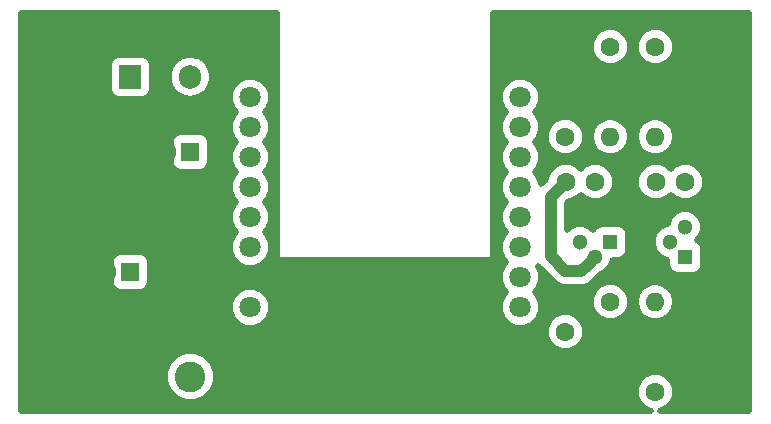
<source format=gbl>
G04 #@! TF.GenerationSoftware,KiCad,Pcbnew,5.0.2+dfsg1-1*
G04 #@! TF.CreationDate,2019-01-29T13:39:18+01:00*
G04 #@! TF.ProjectId,wifi_noise_gen,77696669-5f6e-46f6-9973-655f67656e2e,rev?*
G04 #@! TF.SameCoordinates,Original*
G04 #@! TF.FileFunction,Copper,L2,Bot*
G04 #@! TF.FilePolarity,Positive*
%FSLAX46Y46*%
G04 Gerber Fmt 4.6, Leading zero omitted, Abs format (unit mm)*
G04 Created by KiCad (PCBNEW 5.0.2+dfsg1-1) date Tue 29 Jan 2019 01:39:18 PM STD*
%MOMM*%
%LPD*%
G01*
G04 APERTURE LIST*
G04 #@! TA.AperFunction,ComponentPad*
%ADD10C,1.800000*%
G04 #@! TD*
G04 #@! TA.AperFunction,ComponentPad*
%ADD11C,1.600000*%
G04 #@! TD*
G04 #@! TA.AperFunction,ComponentPad*
%ADD12R,1.600000X1.600000*%
G04 #@! TD*
G04 #@! TA.AperFunction,ComponentPad*
%ADD13R,2.600000X2.600000*%
G04 #@! TD*
G04 #@! TA.AperFunction,ComponentPad*
%ADD14C,2.600000*%
G04 #@! TD*
G04 #@! TA.AperFunction,ComponentPad*
%ADD15R,1.300000X1.300000*%
G04 #@! TD*
G04 #@! TA.AperFunction,ComponentPad*
%ADD16C,1.300000*%
G04 #@! TD*
G04 #@! TA.AperFunction,ComponentPad*
%ADD17O,1.600000X1.600000*%
G04 #@! TD*
G04 #@! TA.AperFunction,ComponentPad*
%ADD18R,1.905000X2.000000*%
G04 #@! TD*
G04 #@! TA.AperFunction,ComponentPad*
%ADD19O,1.905000X2.000000*%
G04 #@! TD*
G04 #@! TA.AperFunction,ViaPad*
%ADD20C,4.000000*%
G04 #@! TD*
G04 #@! TA.AperFunction,Conductor*
%ADD21C,1.000000*%
G04 #@! TD*
G04 #@! TA.AperFunction,Conductor*
%ADD22C,0.500000*%
G04 #@! TD*
G04 APERTURE END LIST*
D10*
G04 #@! TO.P,U2,8*
G04 #@! TO.N,Net-(U2-Pad8)*
X113030000Y-74121735D03*
G04 #@! TO.P,U2,7*
G04 #@! TO.N,Net-(U2-Pad7)*
X113030000Y-76661735D03*
G04 #@! TO.P,U2,6*
G04 #@! TO.N,Net-(U2-Pad6)*
X113030000Y-79201735D03*
G04 #@! TO.P,U2,5*
G04 #@! TO.N,Net-(U2-Pad5)*
X113030000Y-81741735D03*
G04 #@! TO.P,U2,4*
G04 #@! TO.N,Net-(U2-Pad4)*
X113030000Y-84281735D03*
G04 #@! TO.P,U2,3*
G04 #@! TO.N,Net-(U2-Pad3)*
X113030000Y-86821735D03*
G04 #@! TO.P,U2,2*
G04 #@! TO.N,GND*
X113030000Y-89361735D03*
G04 #@! TO.P,U2,1*
G04 #@! TO.N,+5V*
X113030000Y-91901735D03*
G04 #@! TO.P,U2,16*
G04 #@! TO.N,Net-(U2-Pad16)*
X135890000Y-91901735D03*
G04 #@! TO.P,U2,15*
G04 #@! TO.N,Net-(U2-Pad15)*
X135890000Y-89361735D03*
G04 #@! TO.P,U2,14*
G04 #@! TO.N,Net-(U2-Pad14)*
X135890000Y-86821735D03*
G04 #@! TO.P,U2,13*
G04 #@! TO.N,Net-(U2-Pad13)*
X135890000Y-84281735D03*
G04 #@! TO.P,U2,12*
G04 #@! TO.N,Net-(U2-Pad12)*
X135890000Y-81741735D03*
G04 #@! TO.P,U2,11*
G04 #@! TO.N,Net-(U2-Pad11)*
X135890000Y-79201735D03*
G04 #@! TO.P,U2,10*
G04 #@! TO.N,Vnoise*
X135890000Y-76661735D03*
G04 #@! TO.P,U2,9*
G04 #@! TO.N,Net-(U2-Pad9)*
X135890000Y-74121735D03*
G04 #@! TD*
D11*
G04 #@! TO.P,C1,1*
G04 #@! TO.N,+12V*
X149860000Y-81280000D03*
G04 #@! TO.P,C1,2*
G04 #@! TO.N,Net-(C1-Pad2)*
X147360000Y-81280000D03*
G04 #@! TD*
G04 #@! TO.P,C2,1*
G04 #@! TO.N,Net-(C2-Pad1)*
X139700000Y-93980000D03*
G04 #@! TO.P,C2,2*
G04 #@! TO.N,GND*
X139700000Y-96480000D03*
G04 #@! TD*
G04 #@! TO.P,C3,2*
G04 #@! TO.N,Net-(C3-Pad2)*
X139740000Y-81280000D03*
G04 #@! TO.P,C3,1*
G04 #@! TO.N,Vnoise*
X142240000Y-81280000D03*
G04 #@! TD*
G04 #@! TO.P,CP1,2*
G04 #@! TO.N,GND*
X100870000Y-88900000D03*
D12*
G04 #@! TO.P,CP1,1*
G04 #@! TO.N,+12V*
X102870000Y-88900000D03*
G04 #@! TD*
G04 #@! TO.P,CP2,1*
G04 #@! TO.N,+5V*
X107950000Y-78740000D03*
D11*
G04 #@! TO.P,CP2,2*
G04 #@! TO.N,GND*
X105950000Y-78740000D03*
G04 #@! TD*
D13*
G04 #@! TO.P,J1,1*
G04 #@! TO.N,GND*
X102870000Y-97790000D03*
D14*
G04 #@! TO.P,J1,2*
G04 #@! TO.N,+12V*
X107950000Y-97790000D03*
G04 #@! TD*
D15*
G04 #@! TO.P,Q1,1*
G04 #@! TO.N,Net-(Q1-Pad1)*
X149860000Y-87630000D03*
D16*
G04 #@! TO.P,Q1,3*
G04 #@! TO.N,Net-(C1-Pad2)*
X149860000Y-85090000D03*
G04 #@! TO.P,Q1,2*
G04 #@! TO.N,Net-(Q1-Pad2)*
X148590000Y-86360000D03*
G04 #@! TD*
G04 #@! TO.P,Q2,2*
G04 #@! TO.N,Net-(C3-Pad2)*
X142240000Y-87630000D03*
G04 #@! TO.P,Q2,3*
G04 #@! TO.N,Net-(C2-Pad1)*
X140970000Y-86360000D03*
D15*
G04 #@! TO.P,Q2,1*
G04 #@! TO.N,Net-(Q1-Pad1)*
X143510000Y-86360000D03*
G04 #@! TD*
D11*
G04 #@! TO.P,R1,1*
G04 #@! TO.N,+12V*
X147320000Y-69850000D03*
D17*
G04 #@! TO.P,R1,2*
G04 #@! TO.N,Net-(C1-Pad2)*
X147320000Y-77470000D03*
G04 #@! TD*
G04 #@! TO.P,R2,2*
G04 #@! TO.N,Net-(C3-Pad2)*
X147320000Y-91440000D03*
D11*
G04 #@! TO.P,R2,1*
G04 #@! TO.N,+12V*
X147320000Y-99060000D03*
G04 #@! TD*
G04 #@! TO.P,R3,1*
G04 #@! TO.N,Net-(C2-Pad1)*
X143510000Y-91440000D03*
D17*
G04 #@! TO.P,R3,2*
G04 #@! TO.N,GND*
X143510000Y-99060000D03*
G04 #@! TD*
G04 #@! TO.P,R4,2*
G04 #@! TO.N,Vnoise*
X143510000Y-77470000D03*
D11*
G04 #@! TO.P,R4,1*
G04 #@! TO.N,+12V*
X143510000Y-69850000D03*
G04 #@! TD*
G04 #@! TO.P,R5,1*
G04 #@! TO.N,Vnoise*
X139700000Y-77470000D03*
D17*
G04 #@! TO.P,R5,2*
G04 #@! TO.N,GND*
X139700000Y-69850000D03*
G04 #@! TD*
D18*
G04 #@! TO.P,U1,1*
G04 #@! TO.N,+12V*
X102870000Y-72390000D03*
D19*
G04 #@! TO.P,U1,2*
G04 #@! TO.N,GND*
X105410000Y-72390000D03*
G04 #@! TO.P,U1,3*
G04 #@! TO.N,+5V*
X107950000Y-72390000D03*
G04 #@! TD*
D20*
G04 #@! TO.N,GND*
X152400000Y-69850000D03*
X96520000Y-69850000D03*
X96520000Y-97790000D03*
X152400000Y-97790000D03*
G04 #@! TD*
D21*
G04 #@! TO.N,Net-(C3-Pad2)*
X139740000Y-81280000D02*
X138470000Y-82550000D01*
X138470000Y-82550000D02*
X138470000Y-87590000D01*
X138470000Y-87590000D02*
X139700000Y-88820000D01*
X141050000Y-88820000D02*
X141590001Y-88279999D01*
X139700000Y-88820000D02*
X141050000Y-88820000D01*
X141590001Y-88279999D02*
X142240000Y-87630000D01*
G04 #@! TD*
D22*
G04 #@! TO.N,GND*
G36*
X115320000Y-87630000D02*
X115339030Y-87725671D01*
X115393223Y-87806777D01*
X115474329Y-87860970D01*
X115570000Y-87880000D01*
X133350000Y-87880000D01*
X133445671Y-87860970D01*
X133526777Y-87806777D01*
X133580970Y-87725671D01*
X133600000Y-87630000D01*
X133600000Y-73773638D01*
X134140000Y-73773638D01*
X134140000Y-74469832D01*
X134406421Y-75113031D01*
X134685125Y-75391735D01*
X134406421Y-75670439D01*
X134140000Y-76313638D01*
X134140000Y-77009832D01*
X134406421Y-77653031D01*
X134685125Y-77931735D01*
X134406421Y-78210439D01*
X134140000Y-78853638D01*
X134140000Y-79549832D01*
X134406421Y-80193031D01*
X134685125Y-80471735D01*
X134406421Y-80750439D01*
X134140000Y-81393638D01*
X134140000Y-82089832D01*
X134406421Y-82733031D01*
X134685125Y-83011735D01*
X134406421Y-83290439D01*
X134140000Y-83933638D01*
X134140000Y-84629832D01*
X134406421Y-85273031D01*
X134685125Y-85551735D01*
X134406421Y-85830439D01*
X134140000Y-86473638D01*
X134140000Y-87169832D01*
X134406421Y-87813031D01*
X134685125Y-88091735D01*
X134406421Y-88370439D01*
X134140000Y-89013638D01*
X134140000Y-89709832D01*
X134406421Y-90353031D01*
X134685125Y-90631735D01*
X134406421Y-90910439D01*
X134140000Y-91553638D01*
X134140000Y-92249832D01*
X134406421Y-92893031D01*
X134898704Y-93385314D01*
X135541903Y-93651735D01*
X136238097Y-93651735D01*
X136881296Y-93385314D01*
X137373579Y-92893031D01*
X137640000Y-92249832D01*
X137640000Y-91553638D01*
X137456984Y-91111795D01*
X141860000Y-91111795D01*
X141860000Y-91768205D01*
X142111198Y-92374650D01*
X142575350Y-92838802D01*
X143181795Y-93090000D01*
X143838205Y-93090000D01*
X144444650Y-92838802D01*
X144908802Y-92374650D01*
X145160000Y-91768205D01*
X145160000Y-91440000D01*
X145637675Y-91440000D01*
X145765734Y-92083798D01*
X146130417Y-92629583D01*
X146676202Y-92994266D01*
X147157491Y-93090000D01*
X147482509Y-93090000D01*
X147963798Y-92994266D01*
X148509583Y-92629583D01*
X148874266Y-92083798D01*
X149002325Y-91440000D01*
X148874266Y-90796202D01*
X148509583Y-90250417D01*
X147963798Y-89885734D01*
X147482509Y-89790000D01*
X147157491Y-89790000D01*
X146676202Y-89885734D01*
X146130417Y-90250417D01*
X145765734Y-90796202D01*
X145637675Y-91440000D01*
X145160000Y-91440000D01*
X145160000Y-91111795D01*
X144908802Y-90505350D01*
X144444650Y-90041198D01*
X143838205Y-89790000D01*
X143181795Y-89790000D01*
X142575350Y-90041198D01*
X142111198Y-90505350D01*
X141860000Y-91111795D01*
X137456984Y-91111795D01*
X137373579Y-90910439D01*
X137094875Y-90631735D01*
X137373579Y-90353031D01*
X137640000Y-89709832D01*
X137640000Y-89013638D01*
X137382935Y-88393028D01*
X137496705Y-88563296D01*
X137609425Y-88638613D01*
X138651385Y-89680573D01*
X138726704Y-89793296D01*
X139083431Y-90031653D01*
X139173256Y-90091672D01*
X139700000Y-90196448D01*
X139832963Y-90170000D01*
X140917037Y-90170000D01*
X141050000Y-90196448D01*
X141182963Y-90170000D01*
X141576744Y-90091672D01*
X142023296Y-89793296D01*
X142098615Y-89680572D01*
X142450574Y-89328613D01*
X142450576Y-89328612D01*
X142727548Y-89051640D01*
X143089682Y-88901639D01*
X143511639Y-88479682D01*
X143740000Y-87928369D01*
X143740000Y-87876652D01*
X144160000Y-87876652D01*
X144491653Y-87810682D01*
X144772816Y-87622816D01*
X144960682Y-87341653D01*
X145026652Y-87010000D01*
X145026652Y-86061631D01*
X147090000Y-86061631D01*
X147090000Y-86658369D01*
X147318361Y-87209682D01*
X147740318Y-87631639D01*
X148291631Y-87860000D01*
X148343348Y-87860000D01*
X148343348Y-88280000D01*
X148409318Y-88611653D01*
X148597184Y-88892816D01*
X148878347Y-89080682D01*
X149210000Y-89146652D01*
X150510000Y-89146652D01*
X150841653Y-89080682D01*
X151122816Y-88892816D01*
X151310682Y-88611653D01*
X151376652Y-88280000D01*
X151376652Y-86980000D01*
X151310682Y-86648347D01*
X151122816Y-86367184D01*
X150871836Y-86199485D01*
X151131639Y-85939682D01*
X151360000Y-85388369D01*
X151360000Y-84791631D01*
X151131639Y-84240318D01*
X150709682Y-83818361D01*
X150158369Y-83590000D01*
X149561631Y-83590000D01*
X149010318Y-83818361D01*
X148588361Y-84240318D01*
X148360000Y-84791631D01*
X148360000Y-84860000D01*
X148291631Y-84860000D01*
X147740318Y-85088361D01*
X147318361Y-85510318D01*
X147090000Y-86061631D01*
X145026652Y-86061631D01*
X145026652Y-85710000D01*
X144960682Y-85378347D01*
X144772816Y-85097184D01*
X144491653Y-84909318D01*
X144160000Y-84843348D01*
X142860000Y-84843348D01*
X142528347Y-84909318D01*
X142247184Y-85097184D01*
X142079485Y-85348164D01*
X141819682Y-85088361D01*
X141268369Y-84860000D01*
X140671631Y-84860000D01*
X140120318Y-85088361D01*
X139820000Y-85388679D01*
X139820000Y-83109188D01*
X139999188Y-82930000D01*
X140068205Y-82930000D01*
X140674650Y-82678802D01*
X140990000Y-82363452D01*
X141305350Y-82678802D01*
X141911795Y-82930000D01*
X142568205Y-82930000D01*
X143174650Y-82678802D01*
X143638802Y-82214650D01*
X143890000Y-81608205D01*
X143890000Y-80951795D01*
X145710000Y-80951795D01*
X145710000Y-81608205D01*
X145961198Y-82214650D01*
X146425350Y-82678802D01*
X147031795Y-82930000D01*
X147688205Y-82930000D01*
X148294650Y-82678802D01*
X148610000Y-82363452D01*
X148925350Y-82678802D01*
X149531795Y-82930000D01*
X150188205Y-82930000D01*
X150794650Y-82678802D01*
X151258802Y-82214650D01*
X151510000Y-81608205D01*
X151510000Y-80951795D01*
X151258802Y-80345350D01*
X150794650Y-79881198D01*
X150188205Y-79630000D01*
X149531795Y-79630000D01*
X148925350Y-79881198D01*
X148610000Y-80196548D01*
X148294650Y-79881198D01*
X147688205Y-79630000D01*
X147031795Y-79630000D01*
X146425350Y-79881198D01*
X145961198Y-80345350D01*
X145710000Y-80951795D01*
X143890000Y-80951795D01*
X143638802Y-80345350D01*
X143174650Y-79881198D01*
X142568205Y-79630000D01*
X141911795Y-79630000D01*
X141305350Y-79881198D01*
X140990000Y-80196548D01*
X140674650Y-79881198D01*
X140068205Y-79630000D01*
X139411795Y-79630000D01*
X138805350Y-79881198D01*
X138341198Y-80345350D01*
X138090000Y-80951795D01*
X138090000Y-81020812D01*
X137640000Y-81470812D01*
X137640000Y-81393638D01*
X137373579Y-80750439D01*
X137094875Y-80471735D01*
X137373579Y-80193031D01*
X137640000Y-79549832D01*
X137640000Y-78853638D01*
X137373579Y-78210439D01*
X137094875Y-77931735D01*
X137373579Y-77653031D01*
X137585339Y-77141795D01*
X138050000Y-77141795D01*
X138050000Y-77798205D01*
X138301198Y-78404650D01*
X138765350Y-78868802D01*
X139371795Y-79120000D01*
X140028205Y-79120000D01*
X140634650Y-78868802D01*
X141098802Y-78404650D01*
X141350000Y-77798205D01*
X141350000Y-77470000D01*
X141827675Y-77470000D01*
X141955734Y-78113798D01*
X142320417Y-78659583D01*
X142866202Y-79024266D01*
X143347491Y-79120000D01*
X143672509Y-79120000D01*
X144153798Y-79024266D01*
X144699583Y-78659583D01*
X145064266Y-78113798D01*
X145192325Y-77470000D01*
X145637675Y-77470000D01*
X145765734Y-78113798D01*
X146130417Y-78659583D01*
X146676202Y-79024266D01*
X147157491Y-79120000D01*
X147482509Y-79120000D01*
X147963798Y-79024266D01*
X148509583Y-78659583D01*
X148874266Y-78113798D01*
X149002325Y-77470000D01*
X148874266Y-76826202D01*
X148509583Y-76280417D01*
X147963798Y-75915734D01*
X147482509Y-75820000D01*
X147157491Y-75820000D01*
X146676202Y-75915734D01*
X146130417Y-76280417D01*
X145765734Y-76826202D01*
X145637675Y-77470000D01*
X145192325Y-77470000D01*
X145064266Y-76826202D01*
X144699583Y-76280417D01*
X144153798Y-75915734D01*
X143672509Y-75820000D01*
X143347491Y-75820000D01*
X142866202Y-75915734D01*
X142320417Y-76280417D01*
X141955734Y-76826202D01*
X141827675Y-77470000D01*
X141350000Y-77470000D01*
X141350000Y-77141795D01*
X141098802Y-76535350D01*
X140634650Y-76071198D01*
X140028205Y-75820000D01*
X139371795Y-75820000D01*
X138765350Y-76071198D01*
X138301198Y-76535350D01*
X138050000Y-77141795D01*
X137585339Y-77141795D01*
X137640000Y-77009832D01*
X137640000Y-76313638D01*
X137373579Y-75670439D01*
X137094875Y-75391735D01*
X137373579Y-75113031D01*
X137640000Y-74469832D01*
X137640000Y-73773638D01*
X137373579Y-73130439D01*
X136881296Y-72638156D01*
X136238097Y-72371735D01*
X135541903Y-72371735D01*
X134898704Y-72638156D01*
X134406421Y-73130439D01*
X134140000Y-73773638D01*
X133600000Y-73773638D01*
X133600000Y-69521795D01*
X141860000Y-69521795D01*
X141860000Y-70178205D01*
X142111198Y-70784650D01*
X142575350Y-71248802D01*
X143181795Y-71500000D01*
X143838205Y-71500000D01*
X144444650Y-71248802D01*
X144908802Y-70784650D01*
X145160000Y-70178205D01*
X145160000Y-69521795D01*
X145670000Y-69521795D01*
X145670000Y-70178205D01*
X145921198Y-70784650D01*
X146385350Y-71248802D01*
X146991795Y-71500000D01*
X147648205Y-71500000D01*
X148254650Y-71248802D01*
X148718802Y-70784650D01*
X148970000Y-70178205D01*
X148970000Y-69521795D01*
X148718802Y-68915350D01*
X148254650Y-68451198D01*
X147648205Y-68200000D01*
X146991795Y-68200000D01*
X146385350Y-68451198D01*
X145921198Y-68915350D01*
X145670000Y-69521795D01*
X145160000Y-69521795D01*
X144908802Y-68915350D01*
X144444650Y-68451198D01*
X143838205Y-68200000D01*
X143181795Y-68200000D01*
X142575350Y-68451198D01*
X142111198Y-68915350D01*
X141860000Y-69521795D01*
X133600000Y-69521795D01*
X133600000Y-66965000D01*
X155285000Y-66965000D01*
X155285001Y-100675000D01*
X147732702Y-100675000D01*
X148254650Y-100458802D01*
X148718802Y-99994650D01*
X148970000Y-99388205D01*
X148970000Y-98731795D01*
X148718802Y-98125350D01*
X148254650Y-97661198D01*
X147648205Y-97410000D01*
X146991795Y-97410000D01*
X146385350Y-97661198D01*
X145921198Y-98125350D01*
X145670000Y-98731795D01*
X145670000Y-99388205D01*
X145921198Y-99994650D01*
X146385350Y-100458802D01*
X146907298Y-100675000D01*
X93635000Y-100675000D01*
X93635000Y-97362338D01*
X105800000Y-97362338D01*
X105800000Y-98217662D01*
X106127318Y-99007877D01*
X106732123Y-99612682D01*
X107522338Y-99940000D01*
X108377662Y-99940000D01*
X109167877Y-99612682D01*
X109772682Y-99007877D01*
X110100000Y-98217662D01*
X110100000Y-97362338D01*
X109772682Y-96572123D01*
X109167877Y-95967318D01*
X108377662Y-95640000D01*
X107522338Y-95640000D01*
X106732123Y-95967318D01*
X106127318Y-96572123D01*
X105800000Y-97362338D01*
X93635000Y-97362338D01*
X93635000Y-93651795D01*
X138050000Y-93651795D01*
X138050000Y-94308205D01*
X138301198Y-94914650D01*
X138765350Y-95378802D01*
X139371795Y-95630000D01*
X140028205Y-95630000D01*
X140634650Y-95378802D01*
X141098802Y-94914650D01*
X141350000Y-94308205D01*
X141350000Y-93651795D01*
X141098802Y-93045350D01*
X140634650Y-92581198D01*
X140028205Y-92330000D01*
X139371795Y-92330000D01*
X138765350Y-92581198D01*
X138301198Y-93045350D01*
X138050000Y-93651795D01*
X93635000Y-93651795D01*
X93635000Y-91553638D01*
X111280000Y-91553638D01*
X111280000Y-92249832D01*
X111546421Y-92893031D01*
X112038704Y-93385314D01*
X112681903Y-93651735D01*
X113378097Y-93651735D01*
X114021296Y-93385314D01*
X114513579Y-92893031D01*
X114780000Y-92249832D01*
X114780000Y-91553638D01*
X114513579Y-90910439D01*
X114021296Y-90418156D01*
X113378097Y-90151735D01*
X112681903Y-90151735D01*
X112038704Y-90418156D01*
X111546421Y-90910439D01*
X111280000Y-91553638D01*
X93635000Y-91553638D01*
X93635000Y-88100000D01*
X101203348Y-88100000D01*
X101203348Y-89700000D01*
X101269318Y-90031653D01*
X101457184Y-90312816D01*
X101738347Y-90500682D01*
X102070000Y-90566652D01*
X103670000Y-90566652D01*
X104001653Y-90500682D01*
X104282816Y-90312816D01*
X104470682Y-90031653D01*
X104536652Y-89700000D01*
X104536652Y-88100000D01*
X104470682Y-87768347D01*
X104282816Y-87487184D01*
X104001653Y-87299318D01*
X103670000Y-87233348D01*
X102070000Y-87233348D01*
X101738347Y-87299318D01*
X101457184Y-87487184D01*
X101269318Y-87768347D01*
X101203348Y-88100000D01*
X93635000Y-88100000D01*
X93635000Y-77940000D01*
X106283348Y-77940000D01*
X106283348Y-79540000D01*
X106349318Y-79871653D01*
X106537184Y-80152816D01*
X106818347Y-80340682D01*
X107150000Y-80406652D01*
X108750000Y-80406652D01*
X109081653Y-80340682D01*
X109362816Y-80152816D01*
X109550682Y-79871653D01*
X109616652Y-79540000D01*
X109616652Y-77940000D01*
X109550682Y-77608347D01*
X109362816Y-77327184D01*
X109081653Y-77139318D01*
X108750000Y-77073348D01*
X107150000Y-77073348D01*
X106818347Y-77139318D01*
X106537184Y-77327184D01*
X106349318Y-77608347D01*
X106283348Y-77940000D01*
X93635000Y-77940000D01*
X93635000Y-71390000D01*
X101050848Y-71390000D01*
X101050848Y-73390000D01*
X101116818Y-73721653D01*
X101304684Y-74002816D01*
X101585847Y-74190682D01*
X101917500Y-74256652D01*
X103822500Y-74256652D01*
X104154153Y-74190682D01*
X104435316Y-74002816D01*
X104623182Y-73721653D01*
X104689152Y-73390000D01*
X104689152Y-72164970D01*
X106147500Y-72164970D01*
X106147500Y-72615031D01*
X106252082Y-73140801D01*
X106650470Y-73737030D01*
X107246700Y-74135418D01*
X107950000Y-74275313D01*
X108653301Y-74135418D01*
X109194742Y-73773638D01*
X111280000Y-73773638D01*
X111280000Y-74469832D01*
X111546421Y-75113031D01*
X111825125Y-75391735D01*
X111546421Y-75670439D01*
X111280000Y-76313638D01*
X111280000Y-77009832D01*
X111546421Y-77653031D01*
X111825125Y-77931735D01*
X111546421Y-78210439D01*
X111280000Y-78853638D01*
X111280000Y-79549832D01*
X111546421Y-80193031D01*
X111825125Y-80471735D01*
X111546421Y-80750439D01*
X111280000Y-81393638D01*
X111280000Y-82089832D01*
X111546421Y-82733031D01*
X111825125Y-83011735D01*
X111546421Y-83290439D01*
X111280000Y-83933638D01*
X111280000Y-84629832D01*
X111546421Y-85273031D01*
X111825125Y-85551735D01*
X111546421Y-85830439D01*
X111280000Y-86473638D01*
X111280000Y-87169832D01*
X111546421Y-87813031D01*
X112038704Y-88305314D01*
X112681903Y-88571735D01*
X113378097Y-88571735D01*
X114021296Y-88305314D01*
X114513579Y-87813031D01*
X114780000Y-87169832D01*
X114780000Y-86473638D01*
X114513579Y-85830439D01*
X114234875Y-85551735D01*
X114513579Y-85273031D01*
X114780000Y-84629832D01*
X114780000Y-83933638D01*
X114513579Y-83290439D01*
X114234875Y-83011735D01*
X114513579Y-82733031D01*
X114780000Y-82089832D01*
X114780000Y-81393638D01*
X114513579Y-80750439D01*
X114234875Y-80471735D01*
X114513579Y-80193031D01*
X114780000Y-79549832D01*
X114780000Y-78853638D01*
X114513579Y-78210439D01*
X114234875Y-77931735D01*
X114513579Y-77653031D01*
X114780000Y-77009832D01*
X114780000Y-76313638D01*
X114513579Y-75670439D01*
X114234875Y-75391735D01*
X114513579Y-75113031D01*
X114780000Y-74469832D01*
X114780000Y-73773638D01*
X114513579Y-73130439D01*
X114021296Y-72638156D01*
X113378097Y-72371735D01*
X112681903Y-72371735D01*
X112038704Y-72638156D01*
X111546421Y-73130439D01*
X111280000Y-73773638D01*
X109194742Y-73773638D01*
X109249530Y-73737030D01*
X109647918Y-73140800D01*
X109752500Y-72615030D01*
X109752500Y-72164969D01*
X109647918Y-71639199D01*
X109249530Y-71042970D01*
X108653300Y-70644582D01*
X107950000Y-70504687D01*
X107246699Y-70644582D01*
X106650470Y-71042970D01*
X106252082Y-71639200D01*
X106147500Y-72164970D01*
X104689152Y-72164970D01*
X104689152Y-71390000D01*
X104623182Y-71058347D01*
X104435316Y-70777184D01*
X104154153Y-70589318D01*
X103822500Y-70523348D01*
X101917500Y-70523348D01*
X101585847Y-70589318D01*
X101304684Y-70777184D01*
X101116818Y-71058347D01*
X101050848Y-71390000D01*
X93635000Y-71390000D01*
X93635000Y-66965000D01*
X115320000Y-66965000D01*
X115320000Y-87630000D01*
X115320000Y-87630000D01*
G37*
X115320000Y-87630000D02*
X115339030Y-87725671D01*
X115393223Y-87806777D01*
X115474329Y-87860970D01*
X115570000Y-87880000D01*
X133350000Y-87880000D01*
X133445671Y-87860970D01*
X133526777Y-87806777D01*
X133580970Y-87725671D01*
X133600000Y-87630000D01*
X133600000Y-73773638D01*
X134140000Y-73773638D01*
X134140000Y-74469832D01*
X134406421Y-75113031D01*
X134685125Y-75391735D01*
X134406421Y-75670439D01*
X134140000Y-76313638D01*
X134140000Y-77009832D01*
X134406421Y-77653031D01*
X134685125Y-77931735D01*
X134406421Y-78210439D01*
X134140000Y-78853638D01*
X134140000Y-79549832D01*
X134406421Y-80193031D01*
X134685125Y-80471735D01*
X134406421Y-80750439D01*
X134140000Y-81393638D01*
X134140000Y-82089832D01*
X134406421Y-82733031D01*
X134685125Y-83011735D01*
X134406421Y-83290439D01*
X134140000Y-83933638D01*
X134140000Y-84629832D01*
X134406421Y-85273031D01*
X134685125Y-85551735D01*
X134406421Y-85830439D01*
X134140000Y-86473638D01*
X134140000Y-87169832D01*
X134406421Y-87813031D01*
X134685125Y-88091735D01*
X134406421Y-88370439D01*
X134140000Y-89013638D01*
X134140000Y-89709832D01*
X134406421Y-90353031D01*
X134685125Y-90631735D01*
X134406421Y-90910439D01*
X134140000Y-91553638D01*
X134140000Y-92249832D01*
X134406421Y-92893031D01*
X134898704Y-93385314D01*
X135541903Y-93651735D01*
X136238097Y-93651735D01*
X136881296Y-93385314D01*
X137373579Y-92893031D01*
X137640000Y-92249832D01*
X137640000Y-91553638D01*
X137456984Y-91111795D01*
X141860000Y-91111795D01*
X141860000Y-91768205D01*
X142111198Y-92374650D01*
X142575350Y-92838802D01*
X143181795Y-93090000D01*
X143838205Y-93090000D01*
X144444650Y-92838802D01*
X144908802Y-92374650D01*
X145160000Y-91768205D01*
X145160000Y-91440000D01*
X145637675Y-91440000D01*
X145765734Y-92083798D01*
X146130417Y-92629583D01*
X146676202Y-92994266D01*
X147157491Y-93090000D01*
X147482509Y-93090000D01*
X147963798Y-92994266D01*
X148509583Y-92629583D01*
X148874266Y-92083798D01*
X149002325Y-91440000D01*
X148874266Y-90796202D01*
X148509583Y-90250417D01*
X147963798Y-89885734D01*
X147482509Y-89790000D01*
X147157491Y-89790000D01*
X146676202Y-89885734D01*
X146130417Y-90250417D01*
X145765734Y-90796202D01*
X145637675Y-91440000D01*
X145160000Y-91440000D01*
X145160000Y-91111795D01*
X144908802Y-90505350D01*
X144444650Y-90041198D01*
X143838205Y-89790000D01*
X143181795Y-89790000D01*
X142575350Y-90041198D01*
X142111198Y-90505350D01*
X141860000Y-91111795D01*
X137456984Y-91111795D01*
X137373579Y-90910439D01*
X137094875Y-90631735D01*
X137373579Y-90353031D01*
X137640000Y-89709832D01*
X137640000Y-89013638D01*
X137382935Y-88393028D01*
X137496705Y-88563296D01*
X137609425Y-88638613D01*
X138651385Y-89680573D01*
X138726704Y-89793296D01*
X139083431Y-90031653D01*
X139173256Y-90091672D01*
X139700000Y-90196448D01*
X139832963Y-90170000D01*
X140917037Y-90170000D01*
X141050000Y-90196448D01*
X141182963Y-90170000D01*
X141576744Y-90091672D01*
X142023296Y-89793296D01*
X142098615Y-89680572D01*
X142450574Y-89328613D01*
X142450576Y-89328612D01*
X142727548Y-89051640D01*
X143089682Y-88901639D01*
X143511639Y-88479682D01*
X143740000Y-87928369D01*
X143740000Y-87876652D01*
X144160000Y-87876652D01*
X144491653Y-87810682D01*
X144772816Y-87622816D01*
X144960682Y-87341653D01*
X145026652Y-87010000D01*
X145026652Y-86061631D01*
X147090000Y-86061631D01*
X147090000Y-86658369D01*
X147318361Y-87209682D01*
X147740318Y-87631639D01*
X148291631Y-87860000D01*
X148343348Y-87860000D01*
X148343348Y-88280000D01*
X148409318Y-88611653D01*
X148597184Y-88892816D01*
X148878347Y-89080682D01*
X149210000Y-89146652D01*
X150510000Y-89146652D01*
X150841653Y-89080682D01*
X151122816Y-88892816D01*
X151310682Y-88611653D01*
X151376652Y-88280000D01*
X151376652Y-86980000D01*
X151310682Y-86648347D01*
X151122816Y-86367184D01*
X150871836Y-86199485D01*
X151131639Y-85939682D01*
X151360000Y-85388369D01*
X151360000Y-84791631D01*
X151131639Y-84240318D01*
X150709682Y-83818361D01*
X150158369Y-83590000D01*
X149561631Y-83590000D01*
X149010318Y-83818361D01*
X148588361Y-84240318D01*
X148360000Y-84791631D01*
X148360000Y-84860000D01*
X148291631Y-84860000D01*
X147740318Y-85088361D01*
X147318361Y-85510318D01*
X147090000Y-86061631D01*
X145026652Y-86061631D01*
X145026652Y-85710000D01*
X144960682Y-85378347D01*
X144772816Y-85097184D01*
X144491653Y-84909318D01*
X144160000Y-84843348D01*
X142860000Y-84843348D01*
X142528347Y-84909318D01*
X142247184Y-85097184D01*
X142079485Y-85348164D01*
X141819682Y-85088361D01*
X141268369Y-84860000D01*
X140671631Y-84860000D01*
X140120318Y-85088361D01*
X139820000Y-85388679D01*
X139820000Y-83109188D01*
X139999188Y-82930000D01*
X140068205Y-82930000D01*
X140674650Y-82678802D01*
X140990000Y-82363452D01*
X141305350Y-82678802D01*
X141911795Y-82930000D01*
X142568205Y-82930000D01*
X143174650Y-82678802D01*
X143638802Y-82214650D01*
X143890000Y-81608205D01*
X143890000Y-80951795D01*
X145710000Y-80951795D01*
X145710000Y-81608205D01*
X145961198Y-82214650D01*
X146425350Y-82678802D01*
X147031795Y-82930000D01*
X147688205Y-82930000D01*
X148294650Y-82678802D01*
X148610000Y-82363452D01*
X148925350Y-82678802D01*
X149531795Y-82930000D01*
X150188205Y-82930000D01*
X150794650Y-82678802D01*
X151258802Y-82214650D01*
X151510000Y-81608205D01*
X151510000Y-80951795D01*
X151258802Y-80345350D01*
X150794650Y-79881198D01*
X150188205Y-79630000D01*
X149531795Y-79630000D01*
X148925350Y-79881198D01*
X148610000Y-80196548D01*
X148294650Y-79881198D01*
X147688205Y-79630000D01*
X147031795Y-79630000D01*
X146425350Y-79881198D01*
X145961198Y-80345350D01*
X145710000Y-80951795D01*
X143890000Y-80951795D01*
X143638802Y-80345350D01*
X143174650Y-79881198D01*
X142568205Y-79630000D01*
X141911795Y-79630000D01*
X141305350Y-79881198D01*
X140990000Y-80196548D01*
X140674650Y-79881198D01*
X140068205Y-79630000D01*
X139411795Y-79630000D01*
X138805350Y-79881198D01*
X138341198Y-80345350D01*
X138090000Y-80951795D01*
X138090000Y-81020812D01*
X137640000Y-81470812D01*
X137640000Y-81393638D01*
X137373579Y-80750439D01*
X137094875Y-80471735D01*
X137373579Y-80193031D01*
X137640000Y-79549832D01*
X137640000Y-78853638D01*
X137373579Y-78210439D01*
X137094875Y-77931735D01*
X137373579Y-77653031D01*
X137585339Y-77141795D01*
X138050000Y-77141795D01*
X138050000Y-77798205D01*
X138301198Y-78404650D01*
X138765350Y-78868802D01*
X139371795Y-79120000D01*
X140028205Y-79120000D01*
X140634650Y-78868802D01*
X141098802Y-78404650D01*
X141350000Y-77798205D01*
X141350000Y-77470000D01*
X141827675Y-77470000D01*
X141955734Y-78113798D01*
X142320417Y-78659583D01*
X142866202Y-79024266D01*
X143347491Y-79120000D01*
X143672509Y-79120000D01*
X144153798Y-79024266D01*
X144699583Y-78659583D01*
X145064266Y-78113798D01*
X145192325Y-77470000D01*
X145637675Y-77470000D01*
X145765734Y-78113798D01*
X146130417Y-78659583D01*
X146676202Y-79024266D01*
X147157491Y-79120000D01*
X147482509Y-79120000D01*
X147963798Y-79024266D01*
X148509583Y-78659583D01*
X148874266Y-78113798D01*
X149002325Y-77470000D01*
X148874266Y-76826202D01*
X148509583Y-76280417D01*
X147963798Y-75915734D01*
X147482509Y-75820000D01*
X147157491Y-75820000D01*
X146676202Y-75915734D01*
X146130417Y-76280417D01*
X145765734Y-76826202D01*
X145637675Y-77470000D01*
X145192325Y-77470000D01*
X145064266Y-76826202D01*
X144699583Y-76280417D01*
X144153798Y-75915734D01*
X143672509Y-75820000D01*
X143347491Y-75820000D01*
X142866202Y-75915734D01*
X142320417Y-76280417D01*
X141955734Y-76826202D01*
X141827675Y-77470000D01*
X141350000Y-77470000D01*
X141350000Y-77141795D01*
X141098802Y-76535350D01*
X140634650Y-76071198D01*
X140028205Y-75820000D01*
X139371795Y-75820000D01*
X138765350Y-76071198D01*
X138301198Y-76535350D01*
X138050000Y-77141795D01*
X137585339Y-77141795D01*
X137640000Y-77009832D01*
X137640000Y-76313638D01*
X137373579Y-75670439D01*
X137094875Y-75391735D01*
X137373579Y-75113031D01*
X137640000Y-74469832D01*
X137640000Y-73773638D01*
X137373579Y-73130439D01*
X136881296Y-72638156D01*
X136238097Y-72371735D01*
X135541903Y-72371735D01*
X134898704Y-72638156D01*
X134406421Y-73130439D01*
X134140000Y-73773638D01*
X133600000Y-73773638D01*
X133600000Y-69521795D01*
X141860000Y-69521795D01*
X141860000Y-70178205D01*
X142111198Y-70784650D01*
X142575350Y-71248802D01*
X143181795Y-71500000D01*
X143838205Y-71500000D01*
X144444650Y-71248802D01*
X144908802Y-70784650D01*
X145160000Y-70178205D01*
X145160000Y-69521795D01*
X145670000Y-69521795D01*
X145670000Y-70178205D01*
X145921198Y-70784650D01*
X146385350Y-71248802D01*
X146991795Y-71500000D01*
X147648205Y-71500000D01*
X148254650Y-71248802D01*
X148718802Y-70784650D01*
X148970000Y-70178205D01*
X148970000Y-69521795D01*
X148718802Y-68915350D01*
X148254650Y-68451198D01*
X147648205Y-68200000D01*
X146991795Y-68200000D01*
X146385350Y-68451198D01*
X145921198Y-68915350D01*
X145670000Y-69521795D01*
X145160000Y-69521795D01*
X144908802Y-68915350D01*
X144444650Y-68451198D01*
X143838205Y-68200000D01*
X143181795Y-68200000D01*
X142575350Y-68451198D01*
X142111198Y-68915350D01*
X141860000Y-69521795D01*
X133600000Y-69521795D01*
X133600000Y-66965000D01*
X155285000Y-66965000D01*
X155285001Y-100675000D01*
X147732702Y-100675000D01*
X148254650Y-100458802D01*
X148718802Y-99994650D01*
X148970000Y-99388205D01*
X148970000Y-98731795D01*
X148718802Y-98125350D01*
X148254650Y-97661198D01*
X147648205Y-97410000D01*
X146991795Y-97410000D01*
X146385350Y-97661198D01*
X145921198Y-98125350D01*
X145670000Y-98731795D01*
X145670000Y-99388205D01*
X145921198Y-99994650D01*
X146385350Y-100458802D01*
X146907298Y-100675000D01*
X93635000Y-100675000D01*
X93635000Y-97362338D01*
X105800000Y-97362338D01*
X105800000Y-98217662D01*
X106127318Y-99007877D01*
X106732123Y-99612682D01*
X107522338Y-99940000D01*
X108377662Y-99940000D01*
X109167877Y-99612682D01*
X109772682Y-99007877D01*
X110100000Y-98217662D01*
X110100000Y-97362338D01*
X109772682Y-96572123D01*
X109167877Y-95967318D01*
X108377662Y-95640000D01*
X107522338Y-95640000D01*
X106732123Y-95967318D01*
X106127318Y-96572123D01*
X105800000Y-97362338D01*
X93635000Y-97362338D01*
X93635000Y-93651795D01*
X138050000Y-93651795D01*
X138050000Y-94308205D01*
X138301198Y-94914650D01*
X138765350Y-95378802D01*
X139371795Y-95630000D01*
X140028205Y-95630000D01*
X140634650Y-95378802D01*
X141098802Y-94914650D01*
X141350000Y-94308205D01*
X141350000Y-93651795D01*
X141098802Y-93045350D01*
X140634650Y-92581198D01*
X140028205Y-92330000D01*
X139371795Y-92330000D01*
X138765350Y-92581198D01*
X138301198Y-93045350D01*
X138050000Y-93651795D01*
X93635000Y-93651795D01*
X93635000Y-91553638D01*
X111280000Y-91553638D01*
X111280000Y-92249832D01*
X111546421Y-92893031D01*
X112038704Y-93385314D01*
X112681903Y-93651735D01*
X113378097Y-93651735D01*
X114021296Y-93385314D01*
X114513579Y-92893031D01*
X114780000Y-92249832D01*
X114780000Y-91553638D01*
X114513579Y-90910439D01*
X114021296Y-90418156D01*
X113378097Y-90151735D01*
X112681903Y-90151735D01*
X112038704Y-90418156D01*
X111546421Y-90910439D01*
X111280000Y-91553638D01*
X93635000Y-91553638D01*
X93635000Y-88100000D01*
X101203348Y-88100000D01*
X101203348Y-89700000D01*
X101269318Y-90031653D01*
X101457184Y-90312816D01*
X101738347Y-90500682D01*
X102070000Y-90566652D01*
X103670000Y-90566652D01*
X104001653Y-90500682D01*
X104282816Y-90312816D01*
X104470682Y-90031653D01*
X104536652Y-89700000D01*
X104536652Y-88100000D01*
X104470682Y-87768347D01*
X104282816Y-87487184D01*
X104001653Y-87299318D01*
X103670000Y-87233348D01*
X102070000Y-87233348D01*
X101738347Y-87299318D01*
X101457184Y-87487184D01*
X101269318Y-87768347D01*
X101203348Y-88100000D01*
X93635000Y-88100000D01*
X93635000Y-77940000D01*
X106283348Y-77940000D01*
X106283348Y-79540000D01*
X106349318Y-79871653D01*
X106537184Y-80152816D01*
X106818347Y-80340682D01*
X107150000Y-80406652D01*
X108750000Y-80406652D01*
X109081653Y-80340682D01*
X109362816Y-80152816D01*
X109550682Y-79871653D01*
X109616652Y-79540000D01*
X109616652Y-77940000D01*
X109550682Y-77608347D01*
X109362816Y-77327184D01*
X109081653Y-77139318D01*
X108750000Y-77073348D01*
X107150000Y-77073348D01*
X106818347Y-77139318D01*
X106537184Y-77327184D01*
X106349318Y-77608347D01*
X106283348Y-77940000D01*
X93635000Y-77940000D01*
X93635000Y-71390000D01*
X101050848Y-71390000D01*
X101050848Y-73390000D01*
X101116818Y-73721653D01*
X101304684Y-74002816D01*
X101585847Y-74190682D01*
X101917500Y-74256652D01*
X103822500Y-74256652D01*
X104154153Y-74190682D01*
X104435316Y-74002816D01*
X104623182Y-73721653D01*
X104689152Y-73390000D01*
X104689152Y-72164970D01*
X106147500Y-72164970D01*
X106147500Y-72615031D01*
X106252082Y-73140801D01*
X106650470Y-73737030D01*
X107246700Y-74135418D01*
X107950000Y-74275313D01*
X108653301Y-74135418D01*
X109194742Y-73773638D01*
X111280000Y-73773638D01*
X111280000Y-74469832D01*
X111546421Y-75113031D01*
X111825125Y-75391735D01*
X111546421Y-75670439D01*
X111280000Y-76313638D01*
X111280000Y-77009832D01*
X111546421Y-77653031D01*
X111825125Y-77931735D01*
X111546421Y-78210439D01*
X111280000Y-78853638D01*
X111280000Y-79549832D01*
X111546421Y-80193031D01*
X111825125Y-80471735D01*
X111546421Y-80750439D01*
X111280000Y-81393638D01*
X111280000Y-82089832D01*
X111546421Y-82733031D01*
X111825125Y-83011735D01*
X111546421Y-83290439D01*
X111280000Y-83933638D01*
X111280000Y-84629832D01*
X111546421Y-85273031D01*
X111825125Y-85551735D01*
X111546421Y-85830439D01*
X111280000Y-86473638D01*
X111280000Y-87169832D01*
X111546421Y-87813031D01*
X112038704Y-88305314D01*
X112681903Y-88571735D01*
X113378097Y-88571735D01*
X114021296Y-88305314D01*
X114513579Y-87813031D01*
X114780000Y-87169832D01*
X114780000Y-86473638D01*
X114513579Y-85830439D01*
X114234875Y-85551735D01*
X114513579Y-85273031D01*
X114780000Y-84629832D01*
X114780000Y-83933638D01*
X114513579Y-83290439D01*
X114234875Y-83011735D01*
X114513579Y-82733031D01*
X114780000Y-82089832D01*
X114780000Y-81393638D01*
X114513579Y-80750439D01*
X114234875Y-80471735D01*
X114513579Y-80193031D01*
X114780000Y-79549832D01*
X114780000Y-78853638D01*
X114513579Y-78210439D01*
X114234875Y-77931735D01*
X114513579Y-77653031D01*
X114780000Y-77009832D01*
X114780000Y-76313638D01*
X114513579Y-75670439D01*
X114234875Y-75391735D01*
X114513579Y-75113031D01*
X114780000Y-74469832D01*
X114780000Y-73773638D01*
X114513579Y-73130439D01*
X114021296Y-72638156D01*
X113378097Y-72371735D01*
X112681903Y-72371735D01*
X112038704Y-72638156D01*
X111546421Y-73130439D01*
X111280000Y-73773638D01*
X109194742Y-73773638D01*
X109249530Y-73737030D01*
X109647918Y-73140800D01*
X109752500Y-72615030D01*
X109752500Y-72164969D01*
X109647918Y-71639199D01*
X109249530Y-71042970D01*
X108653300Y-70644582D01*
X107950000Y-70504687D01*
X107246699Y-70644582D01*
X106650470Y-71042970D01*
X106252082Y-71639200D01*
X106147500Y-72164970D01*
X104689152Y-72164970D01*
X104689152Y-71390000D01*
X104623182Y-71058347D01*
X104435316Y-70777184D01*
X104154153Y-70589318D01*
X103822500Y-70523348D01*
X101917500Y-70523348D01*
X101585847Y-70589318D01*
X101304684Y-70777184D01*
X101116818Y-71058347D01*
X101050848Y-71390000D01*
X93635000Y-71390000D01*
X93635000Y-66965000D01*
X115320000Y-66965000D01*
X115320000Y-87630000D01*
G04 #@! TD*
M02*

</source>
